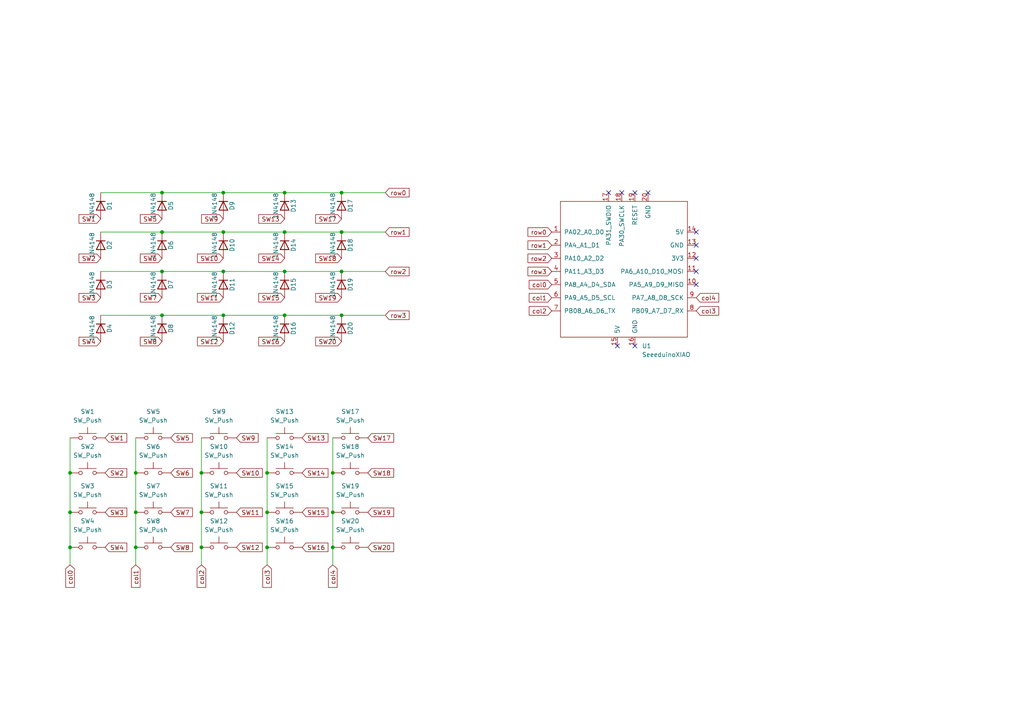
<source format=kicad_sch>
(kicad_sch (version 20211123) (generator eeschema)
  (paper "A4")
  (title_block (title "Ergosmash") (rev "0.1") (comment 4 "author: CarlFabian"))
  (lib_symbols
    (symbol "Diode:1N4148" (pin_numbers hide) (pin_names (offset 1.016) hide)
      (property "Reference" "D" (at 0 2.54 0))
      (property "Value" "1N4148" (at 0 -2.54 0))
      (symbol "1N4148_0_1"
        (polyline (pts (xy -1.27 1.27) (xy -1.27 -1.27)) (stroke (width 0.254)))
        (polyline (pts (xy 1.27 0) (xy -1.27 0)))
        (polyline (pts (xy 1.27 1.27) (xy 1.27 -1.27) (xy -1.27 0) (xy 1.27 1.27)) (stroke (width 0.254)))
      )
      (symbol "1N4148_1_1"
        (pin passive line (at -3.81 0 0) (length 2.54) (name "K") (number "1"))
        (pin passive line (at 3.81 0 180) (length 2.54) (name "A") (number "2"))
      )
    )
    (symbol "Switch:SW_Push" (pin_numbers hide) (pin_names (offset 1.016) hide)
      (property "Reference" "SW" (at 1.27 2.54 0))
      (property "Value" "SW_Push" (at 0 -1.524 0))
      (symbol "SW_Push_0_1"
        (circle (center -2.032 0) (radius 0.508))
        (polyline (pts (xy 0 1.27) (xy 0 3.048)))
        (polyline (pts (xy 2.54 1.27) (xy -2.54 1.27)))
        (circle (center 2.032 0) (radius 0.508))
        (pin passive line (at -5.08 0 0) (length 2.54) (name "1") (number "1"))
        (pin passive line (at 5.08 0 180) (length 2.54) (name "2") (number "2"))
      )
    )
    (symbol "seeeduino xaoi:SeeeduinoXIAO" (pin_names (offset 1.016))
      (property "Reference" "U" (at -19.05 22.86 0))
      (property "Value" "SeeeduinoXIAO" (at -12.7 21.59 0))
      (symbol "SeeeduinoXIAO_0_1"
        (rectangle (start -19.05 20.32) (end 17.78 -19.05))
      )
      (symbol "SeeeduinoXIAO_1_1"
        (pin unspecified line (at -21.59 11.43 0) (length 2.54) (name "PA02_A0_D0") (number "1"))
        (pin unspecified line (at 20.32 -3.81 180) (length 2.54) (name "PA5_A9_D9_MISO") (number "10"))
        (pin unspecified line (at 20.32 0 180) (length 2.54) (name "PA6_A10_D10_MOSI") (number "11"))
        (pin unspecified line (at 20.32 3.81 180) (length 2.54) (name "3V3") (number "12"))
        (pin unspecified line (at 20.32 7.62 180) (length 2.54) (name "GND") (number "13"))
        (pin unspecified line (at 20.32 11.43 180) (length 2.54) (name "5V") (number "14"))
        (pin input line (at -2.54 -21.59 90) (length 2.54) (name "5V") (number "15"))
        (pin input line (at 2.54 -21.59 90) (length 2.54) (name "GND") (number "16"))
        (pin input line (at -5.08 22.86 270) (length 2.54) (name "PA31_SWDIO") (number "17"))
        (pin input line (at -1.27 22.86 270) (length 2.54) (name "PA30_SWCLK") (number "18"))
        (pin input line (at 2.54 22.86 270) (length 2.54) (name "RESET") (number "19"))
        (pin unspecified line (at -21.59 7.62 0) (length 2.54) (name "PA4_A1_D1") (number "2"))
        (pin input line (at 6.35 22.86 270) (length 2.54) (name "GND") (number "20"))
        (pin unspecified line (at -21.59 3.81 0) (length 2.54) (name "PA10_A2_D2") (number "3"))
        (pin unspecified line (at -21.59 0 0) (length 2.54) (name "PA11_A3_D3") (number "4"))
        (pin unspecified line (at -21.59 -3.81 0) (length 2.54) (name "PA8_A4_D4_SDA") (number "5"))
        (pin unspecified line (at -21.59 -7.62 0) (length 2.54) (name "PA9_A5_D5_SCL") (number "6"))
        (pin unspecified line (at -21.59 -11.43 0) (length 2.54) (name "PB08_A6_D6_TX") (number "7"))
        (pin unspecified line (at 20.32 -11.43 180) (length 2.54) (name "PB09_A7_D7_RX") (number "8"))
        (pin unspecified line (at 20.32 -7.62 180) (length 2.54) (name "PA7_A8_D8_SCK") (number "9"))
      )
    )
  )
  (junction (at 96.52 137.16))
  (junction (at 82.55 78.74))
  (junction (at 46.99 55.88))
  (junction (at 20.32 158.75))
  (junction (at 46.99 67.31))
  (junction (at 39.37 158.75))
  (junction (at 39.37 148.59))
  (junction (at 96.52 158.75))
  (junction (at 82.55 67.31))
  (junction (at 96.52 148.59))
  (junction (at 82.55 55.88))
  (junction (at 46.99 91.44))
  (junction (at 64.77 91.44))
  (junction (at 64.77 67.31))
  (junction (at 58.42 137.16))
  (junction (at 20.32 137.16))
  (junction (at 77.47 148.59))
  (junction (at 46.99 78.74))
  (junction (at 77.47 137.16))
  (junction (at 58.42 148.59))
  (junction (at 82.55 91.44))
  (junction (at 99.06 67.31))
  (junction (at 99.06 91.44))
  (junction (at 64.77 55.88))
  (junction (at 58.42 158.75))
  (junction (at 99.06 78.74))
  (junction (at 20.32 148.59))
  (junction (at 99.06 55.88))
  (junction (at 39.37 137.16))
  (junction (at 64.77 78.74))
  (junction (at 77.47 158.75))
  (no_connect (at 176.53 55.88))
  (no_connect (at 187.96 55.88))
  (no_connect (at 184.15 55.88))
  (no_connect (at 180.34 55.88))
  (no_connect (at 201.93 82.55))
  (no_connect (at 201.93 78.74))
  (no_connect (at 201.93 74.93))
  (no_connect (at 184.15 100.33))
  (no_connect (at 179.07 100.33))
  (no_connect (at 201.93 67.31))
  (no_connect (at 201.93 71.12))
  (wire (pts (xy 58.42 137.16) (xy 58.42 148.59)))
  (wire (pts (xy 46.99 55.88) (xy 64.77 55.88)))
  (wire (pts (xy 64.77 67.31) (xy 82.55 67.31)))
  (wire (pts (xy 99.06 55.88) (xy 111.76 55.88)))
  (wire (pts (xy 29.21 67.31) (xy 46.99 67.31)))
  (wire (pts (xy 39.37 158.75) (xy 39.37 163.83)))
  (wire (pts (xy 58.42 158.75) (xy 58.42 163.83)))
  (wire (pts (xy 96.52 158.75) (xy 96.52 163.83)))
  (wire (pts (xy 77.47 127) (xy 77.47 137.16)))
  (wire (pts (xy 64.77 91.44) (xy 82.55 91.44)))
  (wire (pts (xy 82.55 55.88) (xy 99.06 55.88)))
  (wire (pts (xy 39.37 127) (xy 39.37 137.16)))
  (wire (pts (xy 29.21 91.44) (xy 46.99 91.44)))
  (wire (pts (xy 29.21 55.88) (xy 46.99 55.88)))
  (wire (pts (xy 99.06 67.31) (xy 111.76 67.31)))
  (wire (pts (xy 96.52 137.16) (xy 96.52 148.59)))
  (wire (pts (xy 58.42 148.59) (xy 58.42 158.75)))
  (wire (pts (xy 58.42 127) (xy 58.42 137.16)))
  (wire (pts (xy 20.32 148.59) (xy 20.32 158.75)))
  (wire (pts (xy 29.21 78.74) (xy 46.99 78.74)))
  (wire (pts (xy 82.55 78.74) (xy 99.06 78.74)))
  (wire (pts (xy 77.47 158.75) (xy 77.47 163.83)))
  (wire (pts (xy 77.47 148.59) (xy 77.47 158.75)))
  (wire (pts (xy 39.37 137.16) (xy 39.37 148.59)))
  (wire (pts (xy 96.52 148.59) (xy 96.52 158.75)))
  (wire (pts (xy 20.32 127) (xy 20.32 137.16)))
  (wire (pts (xy 99.06 78.74) (xy 111.76 78.74)))
  (wire (pts (xy 96.52 127) (xy 96.52 137.16)))
  (wire (pts (xy 46.99 91.44) (xy 64.77 91.44)))
  (wire (pts (xy 99.06 91.44) (xy 111.76 91.44)))
  (wire (pts (xy 77.47 137.16) (xy 77.47 148.59)))
  (wire (pts (xy 82.55 91.44) (xy 99.06 91.44)))
  (wire (pts (xy 46.99 67.31) (xy 64.77 67.31)))
  (wire (pts (xy 64.77 78.74) (xy 82.55 78.74)))
  (wire (pts (xy 46.99 78.74) (xy 64.77 78.74)))
  (wire (pts (xy 20.32 158.75) (xy 20.32 163.83)))
  (wire (pts (xy 64.77 55.88) (xy 82.55 55.88)))
  (wire (pts (xy 82.55 67.31) (xy 99.06 67.31)))
  (wire (pts (xy 20.32 137.16) (xy 20.32 148.59)))
  (wire (pts (xy 39.37 148.59) (xy 39.37 158.75)))
  (global_label "col2" (shape input) (at 58.42 163.83 270) (property "Intersheet References" "${INTERSHEET_REFS}" (effects hide)))
  (global_label "SW3" (shape input) (at 30.48 148.59 0) (property "Intersheet References" "${INTERSHEET_REFS}" (effects hide)))
  (global_label "row3" (shape input) (at 160.02 78.74 180) (property "Intersheet References" "${INTERSHEET_REFS}" (effects hide)))
  (global_label "SW5" (shape input) (at 46.99 63.5 180) (property "Intersheet References" "${INTERSHEET_REFS}" (effects hide)))
  (global_label "row0" (shape input) (at 111.76 55.88 0) (property "Intersheet References" "${INTERSHEET_REFS}" (effects hide)))
  (global_label "SW11" (shape input) (at 64.77 86.36 180) (property "Intersheet References" "${INTERSHEET_REFS}" (effects hide)))
  (global_label "row3" (shape input) (at 111.76 91.44 0) (property "Intersheet References" "${INTERSHEET_REFS}" (effects hide)))
  (global_label "SW14" (shape input) (at 82.55 74.93 180) (property "Intersheet References" "${INTERSHEET_REFS}" (effects hide)))
  (global_label "row1" (shape input) (at 111.76 67.31 0) (property "Intersheet References" "${INTERSHEET_REFS}" (effects hide)))
  (global_label "SW4" (shape input) (at 30.48 158.75 0) (property "Intersheet References" "${INTERSHEET_REFS}" (effects hide)))
  (global_label "SW20" (shape input) (at 106.68 158.75 0) (property "Intersheet References" "${INTERSHEET_REFS}" (effects hide)))
  (global_label "SW6" (shape input) (at 49.53 137.16 0) (property "Intersheet References" "${INTERSHEET_REFS}" (effects hide)))
  (global_label "SW19" (shape input) (at 106.68 148.59 0) (property "Intersheet References" "${INTERSHEET_REFS}" (effects hide)))
  (global_label "SW16" (shape input) (at 87.63 158.75 0) (property "Intersheet References" "${INTERSHEET_REFS}" (effects hide)))
  (global_label "SW12" (shape input) (at 64.77 99.06 180) (property "Intersheet References" "${INTERSHEET_REFS}" (effects hide)))
  (global_label "SW20" (shape input) (at 99.06 99.06 180) (property "Intersheet References" "${INTERSHEET_REFS}" (effects hide)))
  (global_label "SW7" (shape input) (at 46.99 86.36 180) (property "Intersheet References" "${INTERSHEET_REFS}" (effects hide)))
  (global_label "SW10" (shape input) (at 64.77 74.93 180) (property "Intersheet References" "${INTERSHEET_REFS}" (effects hide)))
  (global_label "SW16" (shape input) (at 82.55 99.06 180) (property "Intersheet References" "${INTERSHEET_REFS}" (effects hide)))
  (global_label "SW12" (shape input) (at 68.58 158.75 0) (property "Intersheet References" "${INTERSHEET_REFS}" (effects hide)))
  (global_label "SW2" (shape input) (at 30.48 137.16 0) (property "Intersheet References" "${INTERSHEET_REFS}" (effects hide)))
  (global_label "SW17" (shape input) (at 99.06 63.5 180) (property "Intersheet References" "${INTERSHEET_REFS}" (effects hide)))
  (global_label "SW18" (shape input) (at 99.06 74.93 180) (property "Intersheet References" "${INTERSHEET_REFS}" (effects hide)))
  (global_label "col0" (shape input) (at 20.32 163.83 270) (property "Intersheet References" "${INTERSHEET_REFS}" (effects hide)))
  (global_label "SW13" (shape input) (at 82.55 63.5 180) (property "Intersheet References" "${INTERSHEET_REFS}" (effects hide)))
  (global_label "col1" (shape input) (at 39.37 163.83 270) (property "Intersheet References" "${INTERSHEET_REFS}" (effects hide)))
  (global_label "SW3" (shape input) (at 29.21 86.36 180) (property "Intersheet References" "${INTERSHEET_REFS}" (effects hide)))
  (global_label "SW8" (shape input) (at 49.53 158.75 0) (property "Intersheet References" "${INTERSHEET_REFS}" (effects hide)))
  (global_label "SW9" (shape input) (at 64.77 63.5 180) (property "Intersheet References" "${INTERSHEET_REFS}" (effects hide)))
  (global_label "row0" (shape input) (at 160.02 67.31 180) (property "Intersheet References" "${INTERSHEET_REFS}" (effects hide)))
  (global_label "SW10" (shape input) (at 68.58 137.16 0) (property "Intersheet References" "${INTERSHEET_REFS}" (effects hide)))
  (global_label "SW13" (shape input) (at 87.63 127 0) (property "Intersheet References" "${INTERSHEET_REFS}" (effects hide)))
  (global_label "SW1" (shape input) (at 29.21 63.5 180) (property "Intersheet References" "${INTERSHEET_REFS}" (effects hide)))
  (global_label "col0" (shape input) (at 160.02 82.55 180) (property "Intersheet References" "${INTERSHEET_REFS}" (effects hide)))
  (global_label "SW4" (shape input) (at 29.21 99.06 180) (property "Intersheet References" "${INTERSHEET_REFS}" (effects hide)))
  (global_label "SW15" (shape input) (at 87.63 148.59 0) (property "Intersheet References" "${INTERSHEET_REFS}" (effects hide)))
  (global_label "col4" (shape input) (at 96.52 163.83 270) (property "Intersheet References" "${INTERSHEET_REFS}" (effects hide)))
  (global_label "row2" (shape input) (at 111.76 78.74 0) (property "Intersheet References" "${INTERSHEET_REFS}" (effects hide)))
  (global_label "SW9" (shape input) (at 68.58 127 0) (property "Intersheet References" "${INTERSHEET_REFS}" (effects hide)))
  (global_label "col2" (shape input) (at 160.02 90.17 180) (property "Intersheet References" "${INTERSHEET_REFS}" (effects hide)))
  (global_label "SW6" (shape input) (at 46.99 74.93 180) (property "Intersheet References" "${INTERSHEET_REFS}" (effects hide)))
  (global_label "SW18" (shape input) (at 106.68 137.16 0) (property "Intersheet References" "${INTERSHEET_REFS}" (effects hide)))
  (global_label "SW19" (shape input) (at 99.06 86.36 180) (property "Intersheet References" "${INTERSHEET_REFS}" (effects hide)))
  (global_label "col1" (shape input) (at 160.02 86.36 180) (property "Intersheet References" "${INTERSHEET_REFS}" (effects hide)))
  (global_label "SW11" (shape input) (at 68.58 148.59 0) (property "Intersheet References" "${INTERSHEET_REFS}" (effects hide)))
  (global_label "row2" (shape input) (at 160.02 74.93 180) (property "Intersheet References" "${INTERSHEET_REFS}" (effects hide)))
  (global_label "SW7" (shape input) (at 49.53 148.59 0) (property "Intersheet References" "${INTERSHEET_REFS}" (effects hide)))
  (global_label "SW14" (shape input) (at 87.63 137.16 0) (property "Intersheet References" "${INTERSHEET_REFS}" (effects hide)))
  (global_label "col4" (shape input) (at 201.93 86.36 0) (property "Intersheet References" "${INTERSHEET_REFS}" (effects hide)))
  (global_label "SW8" (shape input) (at 46.99 99.06 180) (property "Intersheet References" "${INTERSHEET_REFS}" (effects hide)))
  (global_label "SW5" (shape input) (at 49.53 127 0) (property "Intersheet References" "${INTERSHEET_REFS}" (effects hide)))
  (global_label "col3" (shape input) (at 201.93 90.17 0) (property "Intersheet References" "${INTERSHEET_REFS}" (effects hide)))
  (global_label "SW17" (shape input) (at 106.68 127 0) (property "Intersheet References" "${INTERSHEET_REFS}" (effects hide)))
  (global_label "SW1" (shape input) (at 30.48 127 0) (property "Intersheet References" "${INTERSHEET_REFS}" (effects hide)))
  (global_label "SW15" (shape input) (at 82.55 86.36 180) (property "Intersheet References" "${INTERSHEET_REFS}" (effects hide)))
  (global_label "col3" (shape input) (at 77.47 163.83 270) (property "Intersheet References" "${INTERSHEET_REFS}" (effects hide)))
  (global_label "SW2" (shape input) (at 29.21 74.93 180) (property "Intersheet References" "${INTERSHEET_REFS}" (effects hide)))
  (global_label "row1" (shape input) (at 160.02 71.12 180) (property "Intersheet References" "${INTERSHEET_REFS}" (effects hide)))
  (symbol (lib_id "Diode:1N4148") (at 29.21 71.12 270) (unit 1)
    (property "Reference" "D2" (at 31.75 71.12 0))
    (property "Value" "1N4148" (at 26.67 71.12 0))
    (property "Footprint" "Diode_THT:D_DO-35_SOD27_P7.62mm_Horizontal" (effects hide))
    (property "Datasheet" "https://assets.nexperia.com/documents/data-sheet/1N4148_1N4448.pdf" (effects hide))
  )
  (symbol (lib_id "Diode:1N4148") (at 64.77 82.55 270) (unit 1)
    (property "Reference" "D11" (at 67.31 82.55 0))
    (property "Value" "1N4148" (at 62.23 82.55 0))
    (property "Footprint" "Diode_THT:D_DO-35_SOD27_P7.62mm_Horizontal" (effects hide))
    (property "Datasheet" "https://assets.nexperia.com/documents/data-sheet/1N4148_1N4448.pdf" (effects hide))
  )
  (symbol (lib_id "Diode:1N4148") (at 46.99 59.69 270) (unit 1)
    (property "Reference" "D5" (at 49.53 59.69 0))
    (property "Value" "1N4148" (at 44.45 59.69 0))
    (property "Footprint" "Diode_THT:D_DO-35_SOD27_P7.62mm_Horizontal" (effects hide))
    (property "Datasheet" "https://assets.nexperia.com/documents/data-sheet/1N4148_1N4448.pdf" (effects hide))
  )
  (symbol (lib_id "Diode:1N4148") (at 82.55 71.12 270) (unit 1)
    (property "Reference" "D14" (at 85.09 71.12 0))
    (property "Value" "1N4148" (at 80.01 71.12 0))
    (property "Footprint" "Diode_THT:D_DO-35_SOD27_P7.62mm_Horizontal" (effects hide))
    (property "Datasheet" "https://assets.nexperia.com/documents/data-sheet/1N4148_1N4448.pdf" (effects hide))
  )
  (symbol (lib_id "Switch:SW_Push") (at 25.4 148.59 0) (unit 1)
    (property "Reference" "SW3" (at 25.4 140.97 0))
    (property "Value" "SW_Push" (at 25.4 143.51 0))
    (property "Footprint" "gurtmail:Choc_PG1350_Choc_Spacing_1.8holes" (effects hide))
  )
  (symbol (lib_id "Diode:1N4148") (at 29.21 59.69 270) (unit 1)
    (property "Reference" "D1" (at 31.75 59.69 0))
    (property "Value" "1N4148" (at 26.67 59.69 0))
    (property "Footprint" "Diode_THT:D_DO-35_SOD27_P7.62mm_Horizontal" (effects hide))
    (property "Datasheet" "https://assets.nexperia.com/documents/data-sheet/1N4148_1N4448.pdf" (effects hide))
  )
  (symbol (lib_id "Switch:SW_Push") (at 82.55 137.16 0) (unit 1)
    (property "Reference" "SW14" (at 82.55 129.54 0))
    (property "Value" "SW_Push" (at 82.55 132.08 0))
    (property "Footprint" "gurtmail:Choc_PG1350_Choc_Spacing_1.8holes" (effects hide))
  )
  (symbol (lib_id "Switch:SW_Push") (at 63.5 137.16 0) (unit 1)
    (property "Reference" "SW10" (at 63.5 129.54 0))
    (property "Value" "SW_Push" (at 63.5 132.08 0))
    (property "Footprint" "gurtmail:Choc_PG1350_Choc_Spacing_1.8holes" (effects hide))
  )
  (symbol (lib_id "Switch:SW_Push") (at 101.6 137.16 0) (unit 1)
    (property "Reference" "SW18" (at 101.6 129.54 0))
    (property "Value" "SW_Push" (at 101.6 132.08 0))
    (property "Footprint" "gurtmail:Choc_PG1350_Choc_Spacing_1.8holes" (effects hide))
  )
  (symbol (lib_id "Switch:SW_Push") (at 82.55 127 0) (unit 1)
    (property "Reference" "SW13" (at 82.55 119.38 0))
    (property "Value" "SW_Push" (at 82.55 121.92 0))
    (property "Footprint" "gurtmail:Choc_PG1350_Choc_Spacing_1.8holes" (effects hide))
  )
  (symbol (lib_id "Diode:1N4148") (at 29.21 95.25 270) (unit 1)
    (property "Reference" "D4" (at 31.75 95.25 0))
    (property "Value" "1N4148" (at 26.67 95.25 0))
    (property "Footprint" "Diode_THT:D_DO-35_SOD27_P7.62mm_Horizontal" (effects hide))
    (property "Datasheet" "https://assets.nexperia.com/documents/data-sheet/1N4148_1N4448.pdf" (effects hide))
  )
  (symbol (lib_id "Diode:1N4148") (at 64.77 95.25 270) (unit 1)
    (property "Reference" "D12" (at 67.31 95.25 0))
    (property "Value" "1N4148" (at 62.23 95.25 0))
    (property "Footprint" "Diode_THT:D_DO-35_SOD27_P7.62mm_Horizontal" (effects hide))
    (property "Datasheet" "https://assets.nexperia.com/documents/data-sheet/1N4148_1N4448.pdf" (effects hide))
  )
  (symbol (lib_id "Diode:1N4148") (at 46.99 95.25 270) (unit 1)
    (property "Reference" "D8" (at 49.53 95.25 0))
    (property "Value" "1N4148" (at 44.45 95.25 0))
    (property "Footprint" "Diode_THT:D_DO-35_SOD27_P7.62mm_Horizontal" (effects hide))
    (property "Datasheet" "https://assets.nexperia.com/documents/data-sheet/1N4148_1N4448.pdf" (effects hide))
  )
  (symbol (lib_id "Diode:1N4148") (at 99.06 71.12 270) (unit 1)
    (property "Reference" "D18" (at 101.6 71.12 0))
    (property "Value" "1N4148" (at 96.52 71.12 0))
    (property "Footprint" "Diode_THT:D_DO-35_SOD27_P7.62mm_Horizontal" (effects hide))
    (property "Datasheet" "https://assets.nexperia.com/documents/data-sheet/1N4148_1N4448.pdf" (effects hide))
  )
  (symbol (lib_id "Switch:SW_Push") (at 25.4 158.75 0) (unit 1)
    (property "Reference" "SW4" (at 25.4 151.13 0))
    (property "Value" "SW_Push" (at 25.4 153.67 0))
    (property "Footprint" "gurtmail:Choc_PG1350_Choc_Spacing_1.8holes" (effects hide))
  )
  (symbol (lib_id "Diode:1N4148") (at 64.77 71.12 270) (unit 1)
    (property "Reference" "D10" (at 67.31 71.12 0))
    (property "Value" "1N4148" (at 62.23 71.12 0))
    (property "Footprint" "Diode_THT:D_DO-35_SOD27_P7.62mm_Horizontal" (effects hide))
    (property "Datasheet" "https://assets.nexperia.com/documents/data-sheet/1N4148_1N4448.pdf" (effects hide))
  )
  (symbol (lib_id "Switch:SW_Push") (at 44.45 137.16 0) (unit 1)
    (property "Reference" "SW6" (at 44.45 129.54 0))
    (property "Value" "SW_Push" (at 44.45 132.08 0))
    (property "Footprint" "gurtmail:Choc_PG1350_Choc_Spacing_1.8holes" (effects hide))
  )
  (symbol (lib_id "Diode:1N4148") (at 99.06 82.55 270) (unit 1)
    (property "Reference" "D19" (at 101.6 82.55 0))
    (property "Value" "1N4148" (at 96.52 82.55 0))
    (property "Footprint" "Diode_THT:D_DO-35_SOD27_P7.62mm_Horizontal" (effects hide))
    (property "Datasheet" "https://assets.nexperia.com/documents/data-sheet/1N4148_1N4448.pdf" (effects hide))
  )
  (symbol (lib_id "Switch:SW_Push") (at 44.45 148.59 0) (unit 1)
    (property "Reference" "SW7" (at 44.45 140.97 0))
    (property "Value" "SW_Push" (at 44.45 143.51 0))
    (property "Footprint" "gurtmail:Choc_PG1350_Choc_Spacing_1.8holes" (effects hide))
  )
  (symbol (lib_id "Switch:SW_Push") (at 82.55 148.59 0) (unit 1)
    (property "Reference" "SW15" (at 82.55 140.97 0))
    (property "Value" "SW_Push" (at 82.55 143.51 0))
    (property "Footprint" "gurtmail:Choc_PG1350_Choc_Spacing_1.8holes" (effects hide))
  )
  (symbol (lib_id "Switch:SW_Push") (at 101.6 148.59 0) (unit 1)
    (property "Reference" "SW19" (at 101.6 140.97 0))
    (property "Value" "SW_Push" (at 101.6 143.51 0))
    (property "Footprint" "gurtmail:Choc_PG1350_Choc_Spacing_1.8holes" (effects hide))
  )
  (symbol (lib_id "Switch:SW_Push") (at 101.6 158.75 0) (unit 1)
    (property "Reference" "SW20" (at 101.6 151.13 0))
    (property "Value" "SW_Push" (at 101.6 153.67 0))
    (property "Footprint" "gurtmail:Choc_PG1350_Choc_Spacing_1.8holes" (effects hide))
  )
  (symbol (lib_id "Switch:SW_Push") (at 25.4 137.16 0) (unit 1)
    (property "Reference" "SW2" (at 25.4 129.54 0))
    (property "Value" "SW_Push" (at 25.4 132.08 0))
    (property "Footprint" "gurtmail:Choc_PG1350_Choc_Spacing_1.8holes" (effects hide))
  )
  (symbol (lib_id "Switch:SW_Push") (at 101.6 127 0) (unit 1)
    (property "Reference" "SW17" (at 101.6 119.38 0))
    (property "Value" "SW_Push" (at 101.6 121.92 0))
    (property "Footprint" "gurtmail:Choc_PG1350_Choc_Spacing_1.8holes" (effects hide))
  )
  (symbol (lib_id "Switch:SW_Push") (at 63.5 158.75 0) (unit 1)
    (property "Reference" "SW12" (at 63.5 151.13 0))
    (property "Value" "SW_Push" (at 63.5 153.67 0))
    (property "Footprint" "gurtmail:Choc_PG1350_Choc_Spacing_1.8holes" (effects hide))
  )
  (symbol (lib_id "Diode:1N4148") (at 29.21 82.55 270) (unit 1)
    (property "Reference" "D3" (at 31.75 82.55 0))
    (property "Value" "1N4148" (at 26.67 82.55 0))
    (property "Footprint" "Diode_THT:D_DO-35_SOD27_P7.62mm_Horizontal" (effects hide))
    (property "Datasheet" "https://assets.nexperia.com/documents/data-sheet/1N4148_1N4448.pdf" (effects hide))
  )
  (symbol (lib_id "Switch:SW_Push") (at 63.5 127 0) (unit 1)
    (property "Reference" "SW9" (at 63.5 119.38 0))
    (property "Value" "SW_Push" (at 63.5 121.92 0))
    (property "Footprint" "gurtmail:Choc_PG1350_Choc_Spacing_1.8holes" (effects hide))
  )
  (symbol (lib_id "Switch:SW_Push") (at 44.45 158.75 0) (unit 1)
    (property "Reference" "SW8" (at 44.45 151.13 0))
    (property "Value" "SW_Push" (at 44.45 153.67 0))
    (property "Footprint" "gurtmail:Choc_PG1350_Choc_Spacing_1.8holes" (effects hide))
  )
  (symbol (lib_id "Switch:SW_Push") (at 82.55 158.75 0) (unit 1)
    (property "Reference" "SW16" (at 82.55 151.13 0))
    (property "Value" "SW_Push" (at 82.55 153.67 0))
    (property "Footprint" "gurtmail:Choc_PG1350_Choc_Spacing_1.8holes" (effects hide))
  )
  (symbol (lib_id "Diode:1N4148") (at 99.06 59.69 270) (unit 1)
    (property "Reference" "D17" (at 101.6 59.69 0))
    (property "Value" "1N4148" (at 96.52 59.69 0))
    (property "Footprint" "Diode_THT:D_DO-35_SOD27_P7.62mm_Horizontal" (effects hide))
    (property "Datasheet" "https://assets.nexperia.com/documents/data-sheet/1N4148_1N4448.pdf" (effects hide))
  )
  (symbol (lib_id "Switch:SW_Push") (at 25.4 127 0) (unit 1)
    (property "Reference" "SW1" (at 25.4 119.38 0))
    (property "Value" "SW_Push" (at 25.4 121.92 0))
    (property "Footprint" "gurtmail:Choc_PG1350_Choc_Spacing_1.8holes" (effects hide))
  )
  (symbol (lib_id "Switch:SW_Push") (at 44.45 127 0) (unit 1)
    (property "Reference" "SW5" (at 44.45 119.38 0))
    (property "Value" "SW_Push" (at 44.45 121.92 0))
    (property "Footprint" "gurtmail:Choc_PG1350_Choc_Spacing_1.8holes" (effects hide))
  )
  (symbol (lib_id "Diode:1N4148") (at 82.55 95.25 270) (unit 1)
    (property "Reference" "D16" (at 85.09 95.25 0))
    (property "Value" "1N4148" (at 80.01 95.25 0))
    (property "Footprint" "Diode_THT:D_DO-35_SOD27_P7.62mm_Horizontal" (effects hide))
    (property "Datasheet" "https://assets.nexperia.com/documents/data-sheet/1N4148_1N4448.pdf" (effects hide))
  )
  (symbol (lib_id "Diode:1N4148") (at 82.55 82.55 270) (unit 1)
    (property "Reference" "D15" (at 85.09 82.55 0))
    (property "Value" "1N4148" (at 80.01 82.55 0))
    (property "Footprint" "Diode_THT:D_DO-35_SOD27_P7.62mm_Horizontal" (effects hide))
    (property "Datasheet" "https://assets.nexperia.com/documents/data-sheet/1N4148_1N4448.pdf" (effects hide))
  )
  (symbol (lib_id "Diode:1N4148") (at 64.77 59.69 270) (unit 1)
    (property "Reference" "D9" (at 67.31 59.69 0))
    (property "Value" "1N4148" (at 62.23 59.69 0))
    (property "Footprint" "Diode_THT:D_DO-35_SOD27_P7.62mm_Horizontal" (effects hide))
    (property "Datasheet" "https://assets.nexperia.com/documents/data-sheet/1N4148_1N4448.pdf" (effects hide))
  )
  (symbol (lib_id "Diode:1N4148") (at 46.99 71.12 270) (unit 1)
    (property "Reference" "D6" (at 49.53 71.12 0))
    (property "Value" "1N4148" (at 44.45 71.12 0))
    (property "Footprint" "Diode_THT:D_DO-35_SOD27_P7.62mm_Horizontal" (effects hide))
    (property "Datasheet" "https://assets.nexperia.com/documents/data-sheet/1N4148_1N4448.pdf" (effects hide))
  )
  (symbol (lib_id "Diode:1N4148") (at 99.06 95.25 270) (unit 1)
    (property "Reference" "D20" (at 101.6 95.25 0))
    (property "Value" "1N4148" (at 96.52 95.25 0))
    (property "Footprint" "Diode_THT:D_DO-35_SOD27_P7.62mm_Horizontal" (effects hide))
    (property "Datasheet" "https://assets.nexperia.com/documents/data-sheet/1N4148_1N4448.pdf" (effects hide))
  )
  (symbol (lib_id "seeeduino xaoi:SeeeduinoXIAO") (at 181.61 78.74 0) (unit 1)
    (property "Reference" "U1" (at 186.1694 100.33 0) (effects (justify left)))
    (property "Value" "SeeeduinoXIAO" (at 186.1694 102.87 0) (effects (justify left)))
    (property "Footprint" "seeed:Seeeduino XIAO-MOUDLE14P-2.54-21X17.8MM" (effects hide))
  )
  (symbol (lib_id "Diode:1N4148") (at 46.99 82.55 270) (unit 1)
    (property "Reference" "D7" (at 49.53 82.55 0))
    (property "Value" "1N4148" (at 44.45 82.55 0))
    (property "Footprint" "Diode_THT:D_DO-35_SOD27_P7.62mm_Horizontal" (effects hide))
    (property "Datasheet" "https://assets.nexperia.com/documents/data-sheet/1N4148_1N4448.pdf" (effects hide))
  )
  (symbol (lib_id "Switch:SW_Push") (at 63.5 148.59 0) (unit 1)
    (property "Reference" "SW11" (at 63.5 140.97 0))
    (property "Value" "SW_Push" (at 63.5 143.51 0))
    (property "Footprint" "gurtmail:Choc_PG1350_Choc_Spacing_1.8holes" (effects hide))
  )
  (symbol (lib_id "Diode:1N4148") (at 82.55 59.69 270) (unit 1)
    (property "Reference" "D13" (at 85.09 59.69 0))
    (property "Value" "1N4148" (at 80.01 59.69 0))
    (property "Footprint" "Diode_THT:D_DO-35_SOD27_P7.62mm_Horizontal" (effects hide))
    (property "Datasheet" "https://assets.nexperia.com/documents/data-sheet/1N4148_1N4448.pdf" (effects hide))
  )
)
</source>
